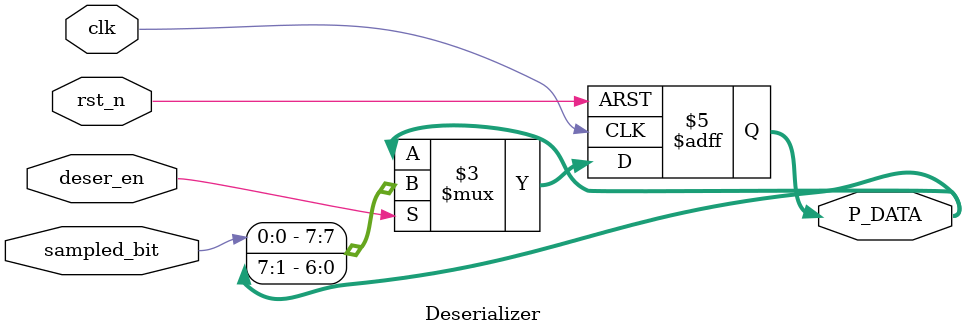
<source format=v>
module Deserializer(
    input wire       clk,
    input wire       rst_n,
    input wire       deser_en,
    input wire       sampled_bit,
    output reg [7:0] P_DATA
);

    // Deserialization Logic
    always @(posedge clk or negedge rst_n) begin
        if (!rst_n) begin
            P_DATA <= 8'b0;
        end else if (deser_en) begin
            P_DATA <= {sampled_bit, P_DATA[7:1]};
        end
    end

endmodule
</source>
